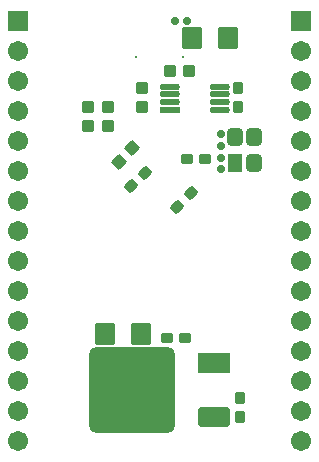
<source format=gbs>
G04*
G04 #@! TF.GenerationSoftware,Altium Limited,Altium Designer,23.2.1 (34)*
G04*
G04 Layer_Color=16711935*
%FSLAX25Y25*%
%MOIN*%
G70*
G04*
G04 #@! TF.SameCoordinates,9329C3C2-16CE-4A0C-8BE9-04AE65E2FBF7*
G04*
G04*
G04 #@! TF.FilePolarity,Negative*
G04*
G01*
G75*
G04:AMPARAMS|DCode=19|XSize=39.37mil|YSize=41.94mil|CornerRadius=5.51mil|HoleSize=0mil|Usage=FLASHONLY|Rotation=270.000|XOffset=0mil|YOffset=0mil|HoleType=Round|Shape=RoundedRectangle|*
%AMROUNDEDRECTD19*
21,1,0.03937,0.03091,0,0,270.0*
21,1,0.02835,0.04194,0,0,270.0*
1,1,0.01102,-0.01546,-0.01417*
1,1,0.01102,-0.01546,0.01417*
1,1,0.01102,0.01546,0.01417*
1,1,0.01102,0.01546,-0.01417*
%
%ADD19ROUNDEDRECTD19*%
G04:AMPARAMS|DCode=20|XSize=39.37mil|YSize=41.94mil|CornerRadius=5.51mil|HoleSize=0mil|Usage=FLASHONLY|Rotation=135.000|XOffset=0mil|YOffset=0mil|HoleType=Round|Shape=RoundedRectangle|*
%AMROUNDEDRECTD20*
21,1,0.03937,0.03091,0,0,135.0*
21,1,0.02835,0.04194,0,0,135.0*
1,1,0.01102,0.00091,0.02095*
1,1,0.01102,0.02095,0.00091*
1,1,0.01102,-0.00091,-0.02095*
1,1,0.01102,-0.02095,-0.00091*
%
%ADD20ROUNDEDRECTD20*%
%ADD24C,0.06706*%
%ADD25R,0.06706X0.06706*%
%ADD26C,0.00800*%
G04:AMPARAMS|DCode=56|XSize=73.94mil|YSize=63.94mil|CornerRadius=4.97mil|HoleSize=0mil|Usage=FLASHONLY|Rotation=270.000|XOffset=0mil|YOffset=0mil|HoleType=Round|Shape=RoundedRectangle|*
%AMROUNDEDRECTD56*
21,1,0.07394,0.05400,0,0,270.0*
21,1,0.06400,0.06394,0,0,270.0*
1,1,0.00994,-0.02700,-0.03200*
1,1,0.00994,-0.02700,0.03200*
1,1,0.00994,0.02700,0.03200*
1,1,0.00994,0.02700,-0.03200*
%
%ADD56ROUNDEDRECTD56*%
G04:AMPARAMS|DCode=57|XSize=34.94mil|YSize=41.94mil|CornerRadius=9.72mil|HoleSize=0mil|Usage=FLASHONLY|Rotation=135.000|XOffset=0mil|YOffset=0mil|HoleType=Round|Shape=RoundedRectangle|*
%AMROUNDEDRECTD57*
21,1,0.03494,0.02250,0,0,135.0*
21,1,0.01550,0.04194,0,0,135.0*
1,1,0.01944,0.00248,0.01344*
1,1,0.01944,0.01344,0.00248*
1,1,0.01944,-0.00248,-0.01344*
1,1,0.01944,-0.01344,-0.00248*
%
%ADD57ROUNDEDRECTD57*%
G04:AMPARAMS|DCode=58|XSize=34.94mil|YSize=41.94mil|CornerRadius=9.72mil|HoleSize=0mil|Usage=FLASHONLY|Rotation=90.000|XOffset=0mil|YOffset=0mil|HoleType=Round|Shape=RoundedRectangle|*
%AMROUNDEDRECTD58*
21,1,0.03494,0.02250,0,0,90.0*
21,1,0.01550,0.04194,0,0,90.0*
1,1,0.01944,0.01125,0.00775*
1,1,0.01944,0.01125,-0.00775*
1,1,0.01944,-0.01125,-0.00775*
1,1,0.01944,-0.01125,0.00775*
%
%ADD58ROUNDEDRECTD58*%
G04:AMPARAMS|DCode=59|XSize=23.94mil|YSize=28.94mil|CornerRadius=6.97mil|HoleSize=0mil|Usage=FLASHONLY|Rotation=0.000|XOffset=0mil|YOffset=0mil|HoleType=Round|Shape=RoundedRectangle|*
%AMROUNDEDRECTD59*
21,1,0.02394,0.01500,0,0,0.0*
21,1,0.01000,0.02894,0,0,0.0*
1,1,0.01394,0.00500,-0.00750*
1,1,0.01394,-0.00500,-0.00750*
1,1,0.01394,-0.00500,0.00750*
1,1,0.01394,0.00500,0.00750*
%
%ADD59ROUNDEDRECTD59*%
G04:AMPARAMS|DCode=60|XSize=51.18mil|YSize=59.06mil|CornerRadius=11.42mil|HoleSize=0mil|Usage=FLASHONLY|Rotation=180.000|XOffset=0mil|YOffset=0mil|HoleType=Round|Shape=RoundedRectangle|*
%AMROUNDEDRECTD60*
21,1,0.05118,0.03622,0,0,180.0*
21,1,0.02835,0.05906,0,0,180.0*
1,1,0.02284,-0.01417,0.01811*
1,1,0.02284,0.01417,0.01811*
1,1,0.02284,0.01417,-0.01811*
1,1,0.02284,-0.01417,-0.01811*
%
%ADD60ROUNDEDRECTD60*%
%ADD61R,0.05118X0.05906*%
G04:AMPARAMS|DCode=62|XSize=34.94mil|YSize=41.94mil|CornerRadius=9.72mil|HoleSize=0mil|Usage=FLASHONLY|Rotation=180.000|XOffset=0mil|YOffset=0mil|HoleType=Round|Shape=RoundedRectangle|*
%AMROUNDEDRECTD62*
21,1,0.03494,0.02250,0,0,180.0*
21,1,0.01550,0.04194,0,0,180.0*
1,1,0.01944,-0.00775,0.01125*
1,1,0.01944,0.00775,0.01125*
1,1,0.01944,0.00775,-0.01125*
1,1,0.01944,-0.00775,-0.01125*
%
%ADD62ROUNDEDRECTD62*%
%ADD63R,0.10642X0.06706*%
G04:AMPARAMS|DCode=64|XSize=106.42mil|YSize=67.06mil|CornerRadius=6.95mil|HoleSize=0mil|Usage=FLASHONLY|Rotation=0.000|XOffset=0mil|YOffset=0mil|HoleType=Round|Shape=RoundedRectangle|*
%AMROUNDEDRECTD64*
21,1,0.10642,0.05315,0,0,0.0*
21,1,0.09252,0.06706,0,0,0.0*
1,1,0.01391,0.04626,-0.02657*
1,1,0.01391,-0.04626,-0.02657*
1,1,0.01391,-0.04626,0.02657*
1,1,0.01391,0.04626,0.02657*
%
%ADD64ROUNDEDRECTD64*%
G04:AMPARAMS|DCode=65|XSize=283.59mil|YSize=283.59mil|CornerRadius=17.78mil|HoleSize=0mil|Usage=FLASHONLY|Rotation=0.000|XOffset=0mil|YOffset=0mil|HoleType=Round|Shape=RoundedRectangle|*
%AMROUNDEDRECTD65*
21,1,0.28359,0.24803,0,0,0.0*
21,1,0.24803,0.28359,0,0,0.0*
1,1,0.03556,0.12402,-0.12402*
1,1,0.03556,-0.12402,-0.12402*
1,1,0.03556,-0.12402,0.12402*
1,1,0.03556,0.12402,0.12402*
%
%ADD65ROUNDEDRECTD65*%
G04:AMPARAMS|DCode=66|XSize=39.37mil|YSize=41.94mil|CornerRadius=5.51mil|HoleSize=0mil|Usage=FLASHONLY|Rotation=0.000|XOffset=0mil|YOffset=0mil|HoleType=Round|Shape=RoundedRectangle|*
%AMROUNDEDRECTD66*
21,1,0.03937,0.03091,0,0,0.0*
21,1,0.02835,0.04194,0,0,0.0*
1,1,0.01102,0.01417,-0.01546*
1,1,0.01102,-0.01417,-0.01546*
1,1,0.01102,-0.01417,0.01546*
1,1,0.01102,0.01417,0.01546*
%
%ADD66ROUNDEDRECTD66*%
G04:AMPARAMS|DCode=67|XSize=23.94mil|YSize=28.94mil|CornerRadius=6.97mil|HoleSize=0mil|Usage=FLASHONLY|Rotation=90.000|XOffset=0mil|YOffset=0mil|HoleType=Round|Shape=RoundedRectangle|*
%AMROUNDEDRECTD67*
21,1,0.02394,0.01500,0,0,90.0*
21,1,0.01000,0.02894,0,0,90.0*
1,1,0.01394,0.00750,0.00500*
1,1,0.01394,0.00750,-0.00500*
1,1,0.01394,-0.00750,-0.00500*
1,1,0.01394,-0.00750,0.00500*
%
%ADD67ROUNDEDRECTD67*%
%ADD68R,0.06693X0.02165*%
%ADD69O,0.06693X0.02165*%
D19*
X9843Y40326D02*
D03*
X3543Y40326D02*
D03*
D20*
X-13620Y10193D02*
D03*
X-9165Y14648D02*
D03*
D24*
X-47244Y-82913D02*
D03*
Y-72913D02*
D03*
X-47244Y-62913D02*
D03*
X-47244Y-52913D02*
D03*
Y-42913D02*
D03*
Y-32913D02*
D03*
X-47244Y-22913D02*
D03*
X-47244Y-12913D02*
D03*
Y-2913D02*
D03*
Y7087D02*
D03*
Y17087D02*
D03*
X-47244Y27087D02*
D03*
X-47244Y37087D02*
D03*
Y47087D02*
D03*
X47244Y-82913D02*
D03*
X47244Y-72913D02*
D03*
X47244Y-62913D02*
D03*
Y-52913D02*
D03*
X47244Y-42913D02*
D03*
X47244Y-32913D02*
D03*
Y-22913D02*
D03*
Y-12913D02*
D03*
X47244Y-2913D02*
D03*
Y7087D02*
D03*
X47244Y17087D02*
D03*
X47244Y27087D02*
D03*
Y37087D02*
D03*
X47244Y47087D02*
D03*
D25*
X-47244Y57087D02*
D03*
X47244D02*
D03*
D26*
X-7873Y44978D02*
D03*
X7875Y44978D02*
D03*
D56*
X-6205Y-47146D02*
D03*
X-18205Y-47146D02*
D03*
X22807Y51288D02*
D03*
X10807Y51288D02*
D03*
D57*
X10427Y-373D02*
D03*
X5973Y-4827D02*
D03*
X-9307Y2062D02*
D03*
X-4852Y6516D02*
D03*
D58*
X15357Y11100D02*
D03*
X9057D02*
D03*
X8675Y-48601D02*
D03*
X2375D02*
D03*
D59*
X20564Y7580D02*
D03*
Y11517D02*
D03*
X20564Y15480D02*
D03*
Y19417D02*
D03*
D60*
X31614Y9818D02*
D03*
Y18479D02*
D03*
X25315Y18479D02*
D03*
D61*
X25315Y9818D02*
D03*
D62*
X26941Y-68701D02*
D03*
X26941Y-75001D02*
D03*
X26211Y34576D02*
D03*
Y28276D02*
D03*
D63*
X18150Y-57001D02*
D03*
D64*
Y-75001D02*
D03*
D65*
X-9016Y-66001D02*
D03*
D66*
X-5799Y34576D02*
D03*
X-5799Y28276D02*
D03*
X-17137D02*
D03*
X-17137Y21976D02*
D03*
X-23700Y28276D02*
D03*
X-23700Y21976D02*
D03*
D67*
X5120Y57087D02*
D03*
X9057Y57087D02*
D03*
D68*
X3544Y27475D02*
D03*
D69*
X3544Y30034D02*
D03*
X3543Y32593D02*
D03*
Y35152D02*
D03*
X20079Y27475D02*
D03*
X20079Y30034D02*
D03*
Y32593D02*
D03*
Y35152D02*
D03*
M02*

</source>
